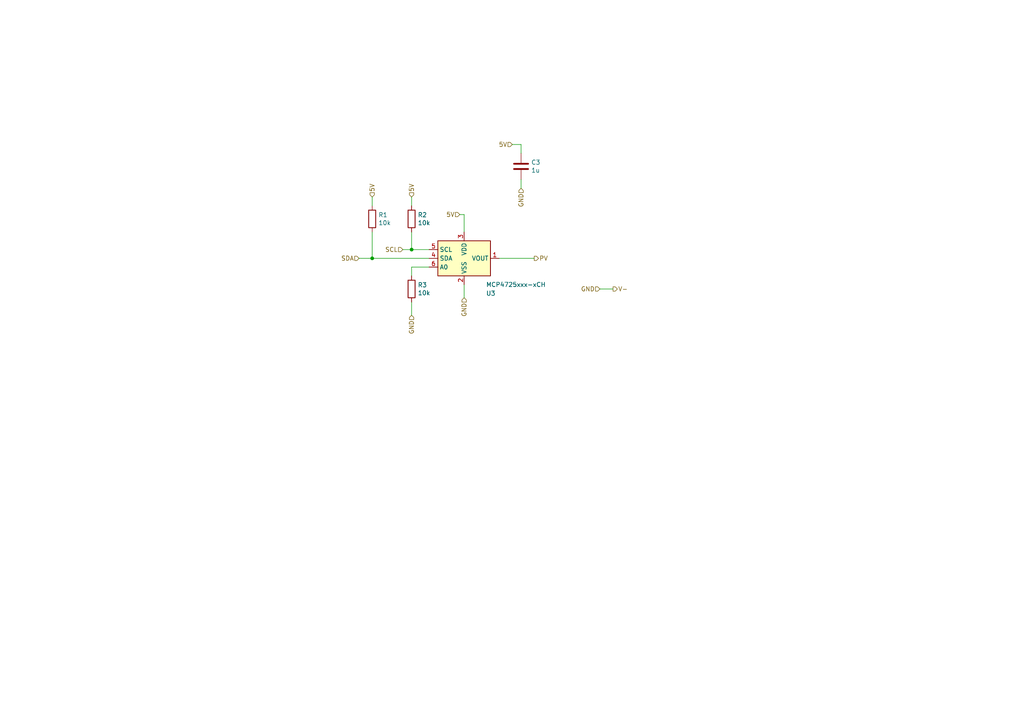
<source format=kicad_sch>
(kicad_sch (version 20211123) (generator eeschema)
  (paper "A4")
  (lib_symbols
    (symbol "Analog_DAC:MCP4725xxx-xCH"
      (property "Reference" "U" (at -6.35 6.35 0))
      (property "Value" "MCP4725xxx-xCH" (at 8.89 6.35 0))
      (symbol "MCP4725xxx-xCH_0_1"
        (rectangle (start -7.62 5.08) (end 7.62 -5.08) (stroke (width 0.254)) (fill (type background)))
      )
      (symbol "MCP4725xxx-xCH_1_1"
        (pin output line (at 10.16 0 180) (length 2.54) (name "VOUT") (number "1"))
        (pin power_in line (at 0 -7.62 90) (length 2.54) (name "VSS") (number "2"))
        (pin power_in line (at 0 7.62 270) (length 2.54) (name "VDD") (number "3"))
        (pin bidirectional line (at -10.16 0 0) (length 2.54) (name "SDA") (number "4"))
        (pin input line (at -10.16 2.54 0) (length 2.54) (name "SCL") (number "5"))
        (pin input line (at -10.16 -2.54 0) (length 2.54) (name "A0") (number "6"))
      )
    )
    (symbol "Device:C" (pin_numbers hide) (pin_names (offset 0.254))
      (property "Reference" "C" (at 0.635 2.54 0))
      (property "Value" "C" (at 0.635 -2.54 0))
      (symbol "C_0_1"
        (polyline (pts (xy -2.032 -0.762) (xy 2.032 -0.762)) (stroke (width 0.508)))
        (polyline (pts (xy -2.032 0.762) (xy 2.032 0.762)) (stroke (width 0.508)))
      )
      (symbol "C_1_1"
        (pin passive line (at 0 3.81 270) (length 2.794) (name "~") (number "1"))
        (pin passive line (at 0 -3.81 90) (length 2.794) (name "~") (number "2"))
      )
    )
    (symbol "Device:R" (pin_numbers hide) (pin_names (offset 0))
      (property "Reference" "R" (at 2.032 0 90))
      (property "Value" "R" (at 0 0 90))
      (symbol "R_0_1"
        (rectangle (start -1.016 -2.54) (end 1.016 2.54) (stroke (width 0.254)))
      )
      (symbol "R_1_1"
        (pin passive line (at 0 3.81 270) (length 1.27) (name "~") (number "1"))
        (pin passive line (at 0 -3.81 90) (length 1.27) (name "~") (number "2"))
      )
    )
  )
  (junction (at 107.95 74.93))
  (junction (at 119.38 72.39))
  (wire (pts (xy 154.94 74.93) (xy 144.78 74.93)))
  (wire (pts (xy 119.38 87.63) (xy 119.38 91.44)))
  (wire (pts (xy 151.13 41.91) (xy 148.59 41.91)))
  (wire (pts (xy 151.13 44.45) (xy 151.13 41.91)))
  (wire (pts (xy 119.38 77.47) (xy 124.46 77.47)))
  (wire (pts (xy 104.14 74.93) (xy 107.95 74.93)))
  (wire (pts (xy 107.95 74.93) (xy 107.95 67.31)))
  (wire (pts (xy 107.95 74.93) (xy 124.46 74.93)))
  (wire (pts (xy 119.38 80.01) (xy 119.38 77.47)))
  (wire (pts (xy 134.62 67.31) (xy 134.62 62.23)))
  (wire (pts (xy 173.99 83.82) (xy 177.8 83.82)))
  (wire (pts (xy 134.62 62.23) (xy 133.35 62.23)))
  (wire (pts (xy 124.46 72.39) (xy 119.38 72.39)))
  (wire (pts (xy 107.95 57.15) (xy 107.95 59.69)))
  (wire (pts (xy 134.62 86.36) (xy 134.62 82.55)))
  (wire (pts (xy 151.13 54.61) (xy 151.13 52.07)))
  (wire (pts (xy 119.38 72.39) (xy 119.38 67.31)))
  (wire (pts (xy 119.38 72.39) (xy 116.84 72.39)))
  (wire (pts (xy 119.38 57.15) (xy 119.38 59.69)))
  (hierarchical_label "SDA" (shape input) (at 104.14 74.93 180))
  (hierarchical_label "SCL" (shape input) (at 116.84 72.39 180))
  (hierarchical_label "PV" (shape output) (at 154.94 74.93 0))
  (hierarchical_label "5V" (shape input) (at 133.35 62.23 180))
  (hierarchical_label "GND" (shape input) (at 134.62 86.36 270))
  (hierarchical_label "GND" (shape input) (at 151.13 54.61 270))
  (hierarchical_label "V-" (shape output) (at 177.8 83.82 0))
  (hierarchical_label "5V" (shape input) (at 148.59 41.91 180))
  (hierarchical_label "5V" (shape input) (at 119.38 57.15 90))
  (hierarchical_label "GND" (shape input) (at 173.99 83.82 180))
  (hierarchical_label "5V" (shape input) (at 107.95 57.15 90))
  (hierarchical_label "GND" (shape input) (at 119.38 91.44 270))
  (symbol (lib_id "Analog_DAC:MCP4725xxx-xCH") (at 134.62 74.93 0) (unit 1)
    (property "Reference" "U3" (at 140.97 85.09 0) (effects (justify left)))
    (property "Value" "MCP4725xxx-xCH" (at 140.97 82.55 0) (effects (justify left)))
    (property "Footprint" "Package_TO_SOT_SMD:SOT-23-6" (effects hide))
    (property "Datasheet" "http://ww1.microchip.com/downloads/en/DeviceDoc/22039d.pdf" (effects hide))
  )
  (symbol (lib_id "Device:R") (at 107.95 63.5 0) (unit 1)
    (property "Reference" "R1" (at 109.728 62.3316 0) (effects (justify left)))
    (property "Value" "10k" (at 109.728 64.643 0) (effects (justify left)))
    (property "Footprint" "Resistor_SMD:R_0603_1608Metric_Pad0.98x0.95mm_HandSolder" (effects hide))
  )
  (symbol (lib_id "Device:R") (at 119.38 63.5 0) (unit 1)
    (property "Reference" "R2" (at 121.158 62.3316 0) (effects (justify left)))
    (property "Value" "10k" (at 121.158 64.643 0) (effects (justify left)))
    (property "Footprint" "Resistor_SMD:R_0603_1608Metric_Pad0.98x0.95mm_HandSolder" (effects hide))
  )
  (symbol (lib_id "Device:R") (at 119.38 83.82 0) (unit 1)
    (property "Reference" "R3" (at 121.158 82.6516 0) (effects (justify left)))
    (property "Value" "10k" (at 121.158 84.963 0) (effects (justify left)))
    (property "Footprint" "Resistor_SMD:R_0603_1608Metric_Pad0.98x0.95mm_HandSolder" (effects hide))
  )
  (symbol (lib_id "Device:C") (at 151.13 48.26 0) (unit 1)
    (property "Reference" "C3" (at 154.051 47.0916 0) (effects (justify left)))
    (property "Value" "1u" (at 154.051 49.403 0) (effects (justify left)))
    (property "Footprint" "Capacitor_SMD:C_0603_1608Metric_Pad1.08x0.95mm_HandSolder" (effects hide))
  )
)
</source>
